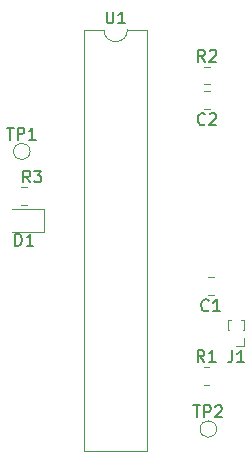
<source format=gbr>
%TF.GenerationSoftware,KiCad,Pcbnew,(6.0.1)*%
%TF.CreationDate,2022-07-04T15:39:42-03:00*%
%TF.ProjectId,pcb_for_testing,7063625f-666f-4725-9f74-657374696e67,rev?*%
%TF.SameCoordinates,Original*%
%TF.FileFunction,Legend,Top*%
%TF.FilePolarity,Positive*%
%FSLAX46Y46*%
G04 Gerber Fmt 4.6, Leading zero omitted, Abs format (unit mm)*
G04 Created by KiCad (PCBNEW (6.0.1)) date 2022-07-04 15:39:42*
%MOMM*%
%LPD*%
G01*
G04 APERTURE LIST*
%ADD10C,0.150000*%
%ADD11C,0.120000*%
G04 APERTURE END LIST*
D10*
%TO.C,U1*%
X127508095Y-61182380D02*
X127508095Y-61991904D01*
X127555714Y-62087142D01*
X127603333Y-62134761D01*
X127698571Y-62182380D01*
X127889047Y-62182380D01*
X127984285Y-62134761D01*
X128031904Y-62087142D01*
X128079523Y-61991904D01*
X128079523Y-61182380D01*
X129079523Y-62182380D02*
X128508095Y-62182380D01*
X128793809Y-62182380D02*
X128793809Y-61182380D01*
X128698571Y-61325238D01*
X128603333Y-61420476D01*
X128508095Y-61468095D01*
%TO.C,TP2*%
X134848095Y-94534380D02*
X135419523Y-94534380D01*
X135133809Y-95534380D02*
X135133809Y-94534380D01*
X135752857Y-95534380D02*
X135752857Y-94534380D01*
X136133809Y-94534380D01*
X136229047Y-94582000D01*
X136276666Y-94629619D01*
X136324285Y-94724857D01*
X136324285Y-94867714D01*
X136276666Y-94962952D01*
X136229047Y-95010571D01*
X136133809Y-95058190D01*
X135752857Y-95058190D01*
X136705238Y-94629619D02*
X136752857Y-94582000D01*
X136848095Y-94534380D01*
X137086190Y-94534380D01*
X137181428Y-94582000D01*
X137229047Y-94629619D01*
X137276666Y-94724857D01*
X137276666Y-94820095D01*
X137229047Y-94962952D01*
X136657619Y-95534380D01*
X137276666Y-95534380D01*
%TO.C,TP1*%
X119058095Y-71024380D02*
X119629523Y-71024380D01*
X119343809Y-72024380D02*
X119343809Y-71024380D01*
X119962857Y-72024380D02*
X119962857Y-71024380D01*
X120343809Y-71024380D01*
X120439047Y-71072000D01*
X120486666Y-71119619D01*
X120534285Y-71214857D01*
X120534285Y-71357714D01*
X120486666Y-71452952D01*
X120439047Y-71500571D01*
X120343809Y-71548190D01*
X119962857Y-71548190D01*
X121486666Y-72024380D02*
X120915238Y-72024380D01*
X121200952Y-72024380D02*
X121200952Y-71024380D01*
X121105714Y-71167238D01*
X121010476Y-71262476D01*
X120915238Y-71310095D01*
%TO.C,R3*%
X121033333Y-75652380D02*
X120700000Y-75176190D01*
X120461904Y-75652380D02*
X120461904Y-74652380D01*
X120842857Y-74652380D01*
X120938095Y-74700000D01*
X120985714Y-74747619D01*
X121033333Y-74842857D01*
X121033333Y-74985714D01*
X120985714Y-75080952D01*
X120938095Y-75128571D01*
X120842857Y-75176190D01*
X120461904Y-75176190D01*
X121366666Y-74652380D02*
X121985714Y-74652380D01*
X121652380Y-75033333D01*
X121795238Y-75033333D01*
X121890476Y-75080952D01*
X121938095Y-75128571D01*
X121985714Y-75223809D01*
X121985714Y-75461904D01*
X121938095Y-75557142D01*
X121890476Y-75604761D01*
X121795238Y-75652380D01*
X121509523Y-75652380D01*
X121414285Y-75604761D01*
X121366666Y-75557142D01*
%TO.C,R2*%
X135833333Y-65412380D02*
X135500000Y-64936190D01*
X135261904Y-65412380D02*
X135261904Y-64412380D01*
X135642857Y-64412380D01*
X135738095Y-64460000D01*
X135785714Y-64507619D01*
X135833333Y-64602857D01*
X135833333Y-64745714D01*
X135785714Y-64840952D01*
X135738095Y-64888571D01*
X135642857Y-64936190D01*
X135261904Y-64936190D01*
X136214285Y-64507619D02*
X136261904Y-64460000D01*
X136357142Y-64412380D01*
X136595238Y-64412380D01*
X136690476Y-64460000D01*
X136738095Y-64507619D01*
X136785714Y-64602857D01*
X136785714Y-64698095D01*
X136738095Y-64840952D01*
X136166666Y-65412380D01*
X136785714Y-65412380D01*
%TO.C,R1*%
X135775833Y-90832380D02*
X135442500Y-90356190D01*
X135204404Y-90832380D02*
X135204404Y-89832380D01*
X135585357Y-89832380D01*
X135680595Y-89880000D01*
X135728214Y-89927619D01*
X135775833Y-90022857D01*
X135775833Y-90165714D01*
X135728214Y-90260952D01*
X135680595Y-90308571D01*
X135585357Y-90356190D01*
X135204404Y-90356190D01*
X136728214Y-90832380D02*
X136156785Y-90832380D01*
X136442500Y-90832380D02*
X136442500Y-89832380D01*
X136347261Y-89975238D01*
X136252023Y-90070476D01*
X136156785Y-90118095D01*
%TO.C,J1*%
X138136666Y-89862380D02*
X138136666Y-90576666D01*
X138089047Y-90719523D01*
X137993809Y-90814761D01*
X137850952Y-90862380D01*
X137755714Y-90862380D01*
X139136666Y-90862380D02*
X138565238Y-90862380D01*
X138850952Y-90862380D02*
X138850952Y-89862380D01*
X138755714Y-90005238D01*
X138660476Y-90100476D01*
X138565238Y-90148095D01*
%TO.C,D1*%
X119771904Y-81002380D02*
X119771904Y-80002380D01*
X120010000Y-80002380D01*
X120152857Y-80050000D01*
X120248095Y-80145238D01*
X120295714Y-80240476D01*
X120343333Y-80430952D01*
X120343333Y-80573809D01*
X120295714Y-80764285D01*
X120248095Y-80859523D01*
X120152857Y-80954761D01*
X120010000Y-81002380D01*
X119771904Y-81002380D01*
X121295714Y-81002380D02*
X120724285Y-81002380D01*
X121010000Y-81002380D02*
X121010000Y-80002380D01*
X120914761Y-80145238D01*
X120819523Y-80240476D01*
X120724285Y-80288095D01*
%TO.C,C2*%
X135833333Y-70707142D02*
X135785714Y-70754761D01*
X135642857Y-70802380D01*
X135547619Y-70802380D01*
X135404761Y-70754761D01*
X135309523Y-70659523D01*
X135261904Y-70564285D01*
X135214285Y-70373809D01*
X135214285Y-70230952D01*
X135261904Y-70040476D01*
X135309523Y-69945238D01*
X135404761Y-69850000D01*
X135547619Y-69802380D01*
X135642857Y-69802380D01*
X135785714Y-69850000D01*
X135833333Y-69897619D01*
X136214285Y-69897619D02*
X136261904Y-69850000D01*
X136357142Y-69802380D01*
X136595238Y-69802380D01*
X136690476Y-69850000D01*
X136738095Y-69897619D01*
X136785714Y-69992857D01*
X136785714Y-70088095D01*
X136738095Y-70230952D01*
X136166666Y-70802380D01*
X136785714Y-70802380D01*
%TO.C,C1*%
X136143333Y-86457142D02*
X136095714Y-86504761D01*
X135952857Y-86552380D01*
X135857619Y-86552380D01*
X135714761Y-86504761D01*
X135619523Y-86409523D01*
X135571904Y-86314285D01*
X135524285Y-86123809D01*
X135524285Y-85980952D01*
X135571904Y-85790476D01*
X135619523Y-85695238D01*
X135714761Y-85600000D01*
X135857619Y-85552380D01*
X135952857Y-85552380D01*
X136095714Y-85600000D01*
X136143333Y-85647619D01*
X137095714Y-86552380D02*
X136524285Y-86552380D01*
X136810000Y-86552380D02*
X136810000Y-85552380D01*
X136714761Y-85695238D01*
X136619523Y-85790476D01*
X136524285Y-85838095D01*
D11*
%TO.C,U1*%
X130920000Y-62730000D02*
X129270000Y-62730000D01*
X130920000Y-98410000D02*
X130920000Y-62730000D01*
X127270000Y-62730000D02*
X125620000Y-62730000D01*
X125620000Y-62730000D02*
X125620000Y-98410000D01*
X125620000Y-98410000D02*
X130920000Y-98410000D01*
X127270000Y-62730000D02*
G75*
G03*
X129270000Y-62730000I1000000J0D01*
G01*
%TO.C,TP2*%
X136810000Y-96530000D02*
G75*
G03*
X136810000Y-96530000I-700000J0D01*
G01*
%TO.C,TP1*%
X121020000Y-73020000D02*
G75*
G03*
X121020000Y-73020000I-700000J0D01*
G01*
%TO.C,R3*%
X120727064Y-76065000D02*
X120272936Y-76065000D01*
X120727064Y-77535000D02*
X120272936Y-77535000D01*
%TO.C,R2*%
X135772936Y-65875000D02*
X136227064Y-65875000D01*
X135772936Y-67345000D02*
X136227064Y-67345000D01*
%TO.C,R1*%
X135715436Y-91295000D02*
X136169564Y-91295000D01*
X135715436Y-92765000D02*
X136169564Y-92765000D01*
%TO.C,J1*%
X139165000Y-88165000D02*
X139078276Y-88165000D01*
X139165000Y-89535000D02*
X138470000Y-89535000D01*
X139165000Y-88165000D02*
X139165000Y-87290000D01*
X139165000Y-87290000D02*
X138864493Y-87290000D01*
X137861724Y-88165000D02*
X137775000Y-88165000D01*
X138075507Y-87290000D02*
X137775000Y-87290000D01*
X139165000Y-88850000D02*
X139165000Y-89535000D01*
X137775000Y-88165000D02*
X137775000Y-87290000D01*
%TO.C,D1*%
X122195000Y-77940000D02*
X119510000Y-77940000D01*
X122195000Y-79860000D02*
X122195000Y-77940000D01*
X119510000Y-79860000D02*
X122195000Y-79860000D01*
%TO.C,C2*%
X136261252Y-67935000D02*
X135738748Y-67935000D01*
X136261252Y-69405000D02*
X135738748Y-69405000D01*
%TO.C,C1*%
X136571252Y-83685000D02*
X136048748Y-83685000D01*
X136571252Y-85155000D02*
X136048748Y-85155000D01*
%TD*%
M02*

</source>
